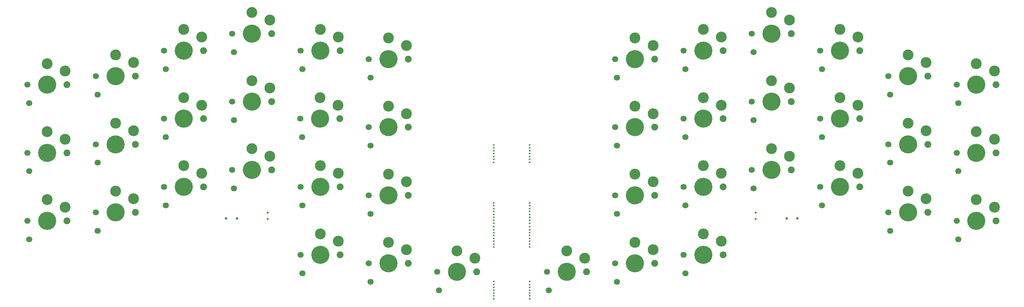
<source format=gbr>
%TF.GenerationSoftware,KiCad,Pcbnew,9.0.6*%
%TF.CreationDate,2025-12-03T13:22:57+03:00*%
%TF.ProjectId,KOMETA,4b4f4d45-5441-42e6-9b69-6361645f7063,rev?*%
%TF.SameCoordinates,Original*%
%TF.FileFunction,NonPlated,1,2,NPTH,Drill*%
%TF.FilePolarity,Positive*%
%FSLAX46Y46*%
G04 Gerber Fmt 4.6, Leading zero omitted, Abs format (unit mm)*
G04 Created by KiCad (PCBNEW 9.0.6) date 2025-12-03 13:22:57*
%MOMM*%
%LPD*%
G01*
G04 APERTURE LIST*
%TA.AperFunction,ComponentDrill*%
%ADD10C,0.500000*%
%TD*%
%TA.AperFunction,ComponentDrill*%
%ADD11C,0.600000*%
%TD*%
%TA.AperFunction,ComponentDrill*%
%ADD12C,0.700000*%
%TD*%
%TA.AperFunction,ComponentDrill*%
%ADD13C,1.700000*%
%TD*%
%TA.AperFunction,ComponentDrill*%
%ADD14C,1.900000*%
%TD*%
%TA.AperFunction,ComponentDrill*%
%ADD15C,3.010000*%
%TD*%
%TA.AperFunction,ComponentDrill*%
%ADD16C,5.050000*%
%TD*%
G04 APERTURE END LIST*
D10*
%TO.C,BH*%
X202300000Y-148824000D03*
X202300000Y-149624000D03*
X202300000Y-150424000D03*
X202300000Y-151224000D03*
X202300000Y-152024000D03*
X202300000Y-152824000D03*
X202300000Y-153624000D03*
X202300000Y-165000000D03*
X202300000Y-165800000D03*
X202300000Y-166600000D03*
X202300000Y-167400000D03*
X202300000Y-168200000D03*
X202300000Y-169000000D03*
X202300000Y-169800000D03*
%TO.C,*%
X202300000Y-170700000D03*
X202300000Y-171600000D03*
%TO.C,BH*%
X202300000Y-172500000D03*
X202300000Y-173300000D03*
X202300000Y-174100000D03*
X202300000Y-174900000D03*
X202300000Y-175700000D03*
X202300000Y-176500000D03*
X202300000Y-177300000D03*
X202300000Y-186950000D03*
X202300000Y-187750000D03*
X202300000Y-188550000D03*
X202300000Y-189350000D03*
X202300000Y-190150000D03*
X202300000Y-190950000D03*
X202300000Y-191750000D03*
X212300000Y-148824000D03*
X212300000Y-149624000D03*
X212300000Y-150424000D03*
X212300000Y-151224000D03*
X212300000Y-152024000D03*
X212300000Y-152824000D03*
X212300000Y-153624000D03*
X212300000Y-165000000D03*
X212300000Y-165800000D03*
X212300000Y-166600000D03*
X212300000Y-167400000D03*
X212300000Y-168200000D03*
X212300000Y-169000000D03*
X212300000Y-169800000D03*
%TO.C,*%
X212300000Y-170700000D03*
X212300000Y-171600000D03*
%TO.C,BH*%
X212300000Y-172500000D03*
X212300000Y-173300000D03*
X212300000Y-174100000D03*
X212300000Y-174900000D03*
X212300000Y-175700000D03*
X212300000Y-176500000D03*
X212300000Y-177300000D03*
X212300000Y-186950000D03*
X212300000Y-187750000D03*
X212300000Y-188550000D03*
X212300000Y-189350000D03*
X212300000Y-190150000D03*
X212300000Y-190950000D03*
X212300000Y-191750000D03*
D11*
%TO.C,R_L1*%
X139380000Y-167700000D03*
X139380000Y-169500000D03*
%TO.C,R_R1*%
X275170000Y-167690000D03*
X275170000Y-169490000D03*
D12*
%TO.C,PS_L1*%
X127800000Y-169350000D03*
X130800000Y-169350000D03*
%TO.C,PS_R1*%
X283800000Y-169350000D03*
X286800000Y-169350000D03*
D13*
%TO.C,SW1*%
X72500000Y-132000000D03*
%TO.C,SW7*%
X72500000Y-151000000D03*
%TO.C,SW13*%
X72500000Y-170000000D03*
%TO.C,SW1*%
X73000000Y-137150000D03*
%TO.C,SW7*%
X73000000Y-156150000D03*
%TO.C,SW13*%
X73000000Y-175150000D03*
%TO.C,SW2*%
X91500000Y-129625000D03*
%TO.C,SW8*%
X91500000Y-148625000D03*
%TO.C,SW14*%
X91500000Y-167625000D03*
%TO.C,SW2*%
X92000000Y-134775000D03*
%TO.C,SW8*%
X92000000Y-153775000D03*
%TO.C,SW14*%
X92000000Y-172775000D03*
%TO.C,SW3*%
X110500000Y-122500000D03*
%TO.C,SW9*%
X110500000Y-141500000D03*
%TO.C,SW15*%
X110500000Y-160500000D03*
%TO.C,SW3*%
X111000000Y-127650000D03*
%TO.C,SW9*%
X111000000Y-146650000D03*
%TO.C,SW15*%
X111000000Y-165650000D03*
%TO.C,SW4*%
X129500000Y-117750000D03*
%TO.C,SW10*%
X129500000Y-136750000D03*
%TO.C,SW16*%
X129500000Y-155750000D03*
%TO.C,SW4*%
X130000000Y-122900000D03*
%TO.C,SW10*%
X130000000Y-141900000D03*
%TO.C,SW16*%
X130000000Y-160900000D03*
%TO.C,SW11*%
X148420000Y-141500000D03*
%TO.C,SW5*%
X148500000Y-122500000D03*
%TO.C,SW17*%
X148500000Y-160500000D03*
%TO.C,SW19*%
X148500000Y-179500000D03*
%TO.C,SW11*%
X148920000Y-146650000D03*
%TO.C,SW5*%
X149000000Y-127650000D03*
%TO.C,SW17*%
X149000000Y-165650000D03*
%TO.C,SW19*%
X149000000Y-184650000D03*
%TO.C,SW6*%
X167500000Y-124875000D03*
%TO.C,SW12*%
X167500000Y-143875000D03*
%TO.C,SW18*%
X167500000Y-162875000D03*
%TO.C,SW20*%
X167500000Y-181875000D03*
%TO.C,SW6*%
X168000000Y-130025000D03*
%TO.C,SW12*%
X168000000Y-149025000D03*
%TO.C,SW18*%
X168000000Y-168025000D03*
%TO.C,SW20*%
X168000000Y-187025000D03*
%TO.C,SW21*%
X186500000Y-184250000D03*
X187000000Y-189400000D03*
%TO.C,SW40*%
X217100000Y-184250000D03*
X217600000Y-189400000D03*
%TO.C,SW22*%
X236100000Y-124875000D03*
%TO.C,SW28*%
X236100000Y-143875000D03*
%TO.C,SW34*%
X236100000Y-162875000D03*
%TO.C,SW41*%
X236100000Y-181875000D03*
%TO.C,SW22*%
X236600000Y-130025000D03*
%TO.C,SW28*%
X236600000Y-149025000D03*
%TO.C,SW34*%
X236600000Y-168025000D03*
%TO.C,SW41*%
X236600000Y-187025000D03*
%TO.C,SW23*%
X255100000Y-122500000D03*
%TO.C,SW29*%
X255100000Y-141500000D03*
%TO.C,SW35*%
X255100000Y-160500000D03*
%TO.C,SW42*%
X255100000Y-179500000D03*
%TO.C,SW23*%
X255600000Y-127650000D03*
%TO.C,SW29*%
X255600000Y-146650000D03*
%TO.C,SW35*%
X255600000Y-165650000D03*
%TO.C,SW42*%
X255600000Y-184650000D03*
%TO.C,SW24*%
X274100000Y-117750000D03*
%TO.C,SW30*%
X274100000Y-136750000D03*
%TO.C,SW36*%
X274100000Y-155750000D03*
%TO.C,SW24*%
X274600000Y-122900000D03*
%TO.C,SW30*%
X274600000Y-141900000D03*
%TO.C,SW36*%
X274600000Y-160900000D03*
%TO.C,SW25*%
X293100000Y-122500000D03*
%TO.C,SW31*%
X293100000Y-141500000D03*
%TO.C,SW37*%
X293100000Y-160500000D03*
%TO.C,SW25*%
X293600000Y-127650000D03*
%TO.C,SW31*%
X293600000Y-146650000D03*
%TO.C,SW37*%
X293600000Y-165650000D03*
%TO.C,SW26*%
X312100000Y-129625000D03*
%TO.C,SW32*%
X312100000Y-148625000D03*
%TO.C,SW38*%
X312100000Y-167625000D03*
%TO.C,SW26*%
X312600000Y-134775000D03*
%TO.C,SW32*%
X312600000Y-153775000D03*
%TO.C,SW38*%
X312600000Y-172775000D03*
%TO.C,SW27*%
X331100000Y-132000000D03*
%TO.C,SW33*%
X331100000Y-151000000D03*
%TO.C,SW39*%
X331100000Y-170000000D03*
%TO.C,SW27*%
X331600000Y-137150000D03*
%TO.C,SW33*%
X331600000Y-156150000D03*
%TO.C,SW39*%
X331600000Y-175150000D03*
D14*
%TO.C,SW1*%
X83500000Y-132000000D03*
%TO.C,SW7*%
X83500000Y-151000000D03*
%TO.C,SW13*%
X83500000Y-170000000D03*
%TO.C,SW2*%
X102500000Y-129625000D03*
%TO.C,SW8*%
X102500000Y-148625000D03*
%TO.C,SW14*%
X102500000Y-167625000D03*
%TO.C,SW3*%
X121500000Y-122500000D03*
%TO.C,SW9*%
X121500000Y-141500000D03*
%TO.C,SW15*%
X121500000Y-160500000D03*
%TO.C,SW4*%
X140500000Y-117750000D03*
%TO.C,SW10*%
X140500000Y-136750000D03*
%TO.C,SW16*%
X140500000Y-155750000D03*
%TO.C,SW11*%
X159420000Y-141500000D03*
%TO.C,SW5*%
X159500000Y-122500000D03*
%TO.C,SW17*%
X159500000Y-160500000D03*
%TO.C,SW19*%
X159500000Y-179500000D03*
%TO.C,SW6*%
X178500000Y-124875000D03*
%TO.C,SW12*%
X178500000Y-143875000D03*
%TO.C,SW18*%
X178500000Y-162875000D03*
%TO.C,SW20*%
X178500000Y-181875000D03*
%TO.C,SW21*%
X197500000Y-184250000D03*
%TO.C,SW40*%
X228100000Y-184250000D03*
%TO.C,SW22*%
X247100000Y-124875000D03*
%TO.C,SW28*%
X247100000Y-143875000D03*
%TO.C,SW34*%
X247100000Y-162875000D03*
%TO.C,SW41*%
X247100000Y-181875000D03*
%TO.C,SW23*%
X266100000Y-122500000D03*
%TO.C,SW29*%
X266100000Y-141500000D03*
%TO.C,SW35*%
X266100000Y-160500000D03*
%TO.C,SW42*%
X266100000Y-179500000D03*
%TO.C,SW24*%
X285100000Y-117750000D03*
%TO.C,SW30*%
X285100000Y-136750000D03*
%TO.C,SW36*%
X285100000Y-155750000D03*
%TO.C,SW25*%
X304100000Y-122500000D03*
%TO.C,SW31*%
X304100000Y-141500000D03*
%TO.C,SW37*%
X304100000Y-160500000D03*
%TO.C,SW26*%
X323100000Y-129625000D03*
%TO.C,SW32*%
X323100000Y-148625000D03*
%TO.C,SW38*%
X323100000Y-167625000D03*
%TO.C,SW27*%
X342100000Y-132000000D03*
%TO.C,SW33*%
X342100000Y-151000000D03*
%TO.C,SW39*%
X342100000Y-170000000D03*
D15*
%TO.C,SW1*%
X78000000Y-126100000D03*
%TO.C,SW7*%
X78000000Y-145100000D03*
%TO.C,SW13*%
X78000000Y-164100000D03*
%TO.C,SW1*%
X83000000Y-128200000D03*
%TO.C,SW7*%
X83000000Y-147200000D03*
%TO.C,SW13*%
X83000000Y-166200000D03*
%TO.C,SW2*%
X97000000Y-123725000D03*
%TO.C,SW8*%
X97000000Y-142725000D03*
%TO.C,SW14*%
X97000000Y-161725000D03*
%TO.C,SW2*%
X102000000Y-125825000D03*
%TO.C,SW8*%
X102000000Y-144825000D03*
%TO.C,SW14*%
X102000000Y-163825000D03*
%TO.C,SW3*%
X116000000Y-116600000D03*
%TO.C,SW9*%
X116000000Y-135600000D03*
%TO.C,SW15*%
X116000000Y-154600000D03*
%TO.C,SW3*%
X121000000Y-118700000D03*
%TO.C,SW9*%
X121000000Y-137700000D03*
%TO.C,SW15*%
X121000000Y-156700000D03*
%TO.C,SW4*%
X135000000Y-111850000D03*
%TO.C,SW10*%
X135000000Y-130850000D03*
%TO.C,SW16*%
X135000000Y-149850000D03*
%TO.C,SW4*%
X140000000Y-113950000D03*
%TO.C,SW10*%
X140000000Y-132950000D03*
%TO.C,SW16*%
X140000000Y-151950000D03*
%TO.C,SW11*%
X153920000Y-135600000D03*
%TO.C,SW5*%
X154000000Y-116600000D03*
%TO.C,SW17*%
X154000000Y-154600000D03*
%TO.C,SW19*%
X154000000Y-173600000D03*
%TO.C,SW11*%
X158920000Y-137700000D03*
%TO.C,SW5*%
X159000000Y-118700000D03*
%TO.C,SW17*%
X159000000Y-156700000D03*
%TO.C,SW19*%
X159000000Y-175700000D03*
%TO.C,SW6*%
X173000000Y-118975000D03*
%TO.C,SW12*%
X173000000Y-137975000D03*
%TO.C,SW18*%
X173000000Y-156975000D03*
%TO.C,SW20*%
X173000000Y-175975000D03*
%TO.C,SW6*%
X178000000Y-121075000D03*
%TO.C,SW12*%
X178000000Y-140075000D03*
%TO.C,SW18*%
X178000000Y-159075000D03*
%TO.C,SW20*%
X178000000Y-178075000D03*
%TO.C,SW21*%
X192000000Y-178350000D03*
X197000000Y-180450000D03*
%TO.C,SW40*%
X222600000Y-178350000D03*
X227600000Y-180450000D03*
%TO.C,SW22*%
X241600000Y-118975000D03*
%TO.C,SW28*%
X241600000Y-137975000D03*
%TO.C,SW34*%
X241600000Y-156975000D03*
%TO.C,SW41*%
X241600000Y-175975000D03*
%TO.C,SW22*%
X246600000Y-121075000D03*
%TO.C,SW28*%
X246600000Y-140075000D03*
%TO.C,SW34*%
X246600000Y-159075000D03*
%TO.C,SW41*%
X246600000Y-178075000D03*
%TO.C,SW23*%
X260600000Y-116600000D03*
%TO.C,SW29*%
X260600000Y-135600000D03*
%TO.C,SW35*%
X260600000Y-154600000D03*
%TO.C,SW42*%
X260600000Y-173600000D03*
%TO.C,SW23*%
X265600000Y-118700000D03*
%TO.C,SW29*%
X265600000Y-137700000D03*
%TO.C,SW35*%
X265600000Y-156700000D03*
%TO.C,SW42*%
X265600000Y-175700000D03*
%TO.C,SW24*%
X279600000Y-111850000D03*
%TO.C,SW30*%
X279600000Y-130850000D03*
%TO.C,SW36*%
X279600000Y-149850000D03*
%TO.C,SW24*%
X284600000Y-113950000D03*
%TO.C,SW30*%
X284600000Y-132950000D03*
%TO.C,SW36*%
X284600000Y-151950000D03*
%TO.C,SW25*%
X298600000Y-116600000D03*
%TO.C,SW31*%
X298600000Y-135600000D03*
%TO.C,SW37*%
X298600000Y-154600000D03*
%TO.C,SW25*%
X303600000Y-118700000D03*
%TO.C,SW31*%
X303600000Y-137700000D03*
%TO.C,SW37*%
X303600000Y-156700000D03*
%TO.C,SW26*%
X317600000Y-123725000D03*
%TO.C,SW32*%
X317600000Y-142725000D03*
%TO.C,SW38*%
X317600000Y-161725000D03*
%TO.C,SW26*%
X322600000Y-125825000D03*
%TO.C,SW32*%
X322600000Y-144825000D03*
%TO.C,SW38*%
X322600000Y-163825000D03*
%TO.C,SW27*%
X336600000Y-126100000D03*
%TO.C,SW33*%
X336600000Y-145100000D03*
%TO.C,SW39*%
X336600000Y-164100000D03*
%TO.C,SW27*%
X341600000Y-128200000D03*
%TO.C,SW33*%
X341600000Y-147200000D03*
%TO.C,SW39*%
X341600000Y-166200000D03*
D16*
%TO.C,SW1*%
X78000000Y-132000000D03*
%TO.C,SW7*%
X78000000Y-151000000D03*
%TO.C,SW13*%
X78000000Y-170000000D03*
%TO.C,SW2*%
X97000000Y-129625000D03*
%TO.C,SW8*%
X97000000Y-148625000D03*
%TO.C,SW14*%
X97000000Y-167625000D03*
%TO.C,SW3*%
X116000000Y-122500000D03*
%TO.C,SW9*%
X116000000Y-141500000D03*
%TO.C,SW15*%
X116000000Y-160500000D03*
%TO.C,SW4*%
X135000000Y-117750000D03*
%TO.C,SW10*%
X135000000Y-136750000D03*
%TO.C,SW16*%
X135000000Y-155750000D03*
%TO.C,SW11*%
X153920000Y-141500000D03*
%TO.C,SW5*%
X154000000Y-122500000D03*
%TO.C,SW17*%
X154000000Y-160500000D03*
%TO.C,SW19*%
X154000000Y-179500000D03*
%TO.C,SW6*%
X173000000Y-124875000D03*
%TO.C,SW12*%
X173000000Y-143875000D03*
%TO.C,SW18*%
X173000000Y-162875000D03*
%TO.C,SW20*%
X173000000Y-181875000D03*
%TO.C,SW21*%
X192000000Y-184250000D03*
%TO.C,SW40*%
X222600000Y-184250000D03*
%TO.C,SW22*%
X241600000Y-124875000D03*
%TO.C,SW28*%
X241600000Y-143875000D03*
%TO.C,SW34*%
X241600000Y-162875000D03*
%TO.C,SW41*%
X241600000Y-181875000D03*
%TO.C,SW23*%
X260600000Y-122500000D03*
%TO.C,SW29*%
X260600000Y-141500000D03*
%TO.C,SW35*%
X260600000Y-160500000D03*
%TO.C,SW42*%
X260600000Y-179500000D03*
%TO.C,SW24*%
X279600000Y-117750000D03*
%TO.C,SW30*%
X279600000Y-136750000D03*
%TO.C,SW36*%
X279600000Y-155750000D03*
%TO.C,SW25*%
X298600000Y-122500000D03*
%TO.C,SW31*%
X298600000Y-141500000D03*
%TO.C,SW37*%
X298600000Y-160500000D03*
%TO.C,SW26*%
X317600000Y-129625000D03*
%TO.C,SW32*%
X317600000Y-148625000D03*
%TO.C,SW38*%
X317600000Y-167625000D03*
%TO.C,SW27*%
X336600000Y-132000000D03*
%TO.C,SW33*%
X336600000Y-151000000D03*
%TO.C,SW39*%
X336600000Y-170000000D03*
M02*

</source>
